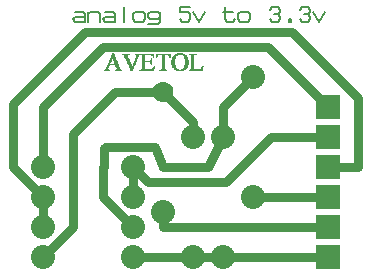
<source format=gbr>
G04 PROTEUS RS274X GERBER FILE*
%FSLAX45Y45*%
%MOMM*%
G01*
%ADD10C,0.762000*%
%ADD11C,0.254000*%
%ADD12R,2.032000X2.032000*%
%ADD13C,2.032000*%
%ADD14C,1.778000*%
%ADD15C,0.203200*%
%ADD16C,0.063500*%
D10*
X-2159000Y+1143000D02*
X-2159000Y+889000D01*
D11*
X-2921000Y+889001D02*
X-2921000Y+889000D01*
D10*
X-2921000Y+635000D01*
D11*
X-2921000Y+635001D01*
D10*
X-1397000Y+381000D02*
X-508000Y+381000D01*
X-1651000Y+381000D02*
X-2159000Y+381000D01*
X-1397000Y+381000D02*
X-1651000Y+381000D01*
X-1905000Y+1778000D02*
X-1651000Y+1524000D01*
X-1651000Y+1397000D01*
X-1905000Y+762000D02*
X-1905000Y+635000D01*
X-508000Y+635000D01*
X-1397000Y+1397000D02*
X-1397000Y+1651000D01*
X-1143000Y+1905000D01*
X-1143000Y+889000D02*
X-508000Y+889000D01*
X-2921000Y+1143000D02*
X-2921000Y+1651000D01*
X-2413000Y+2159000D01*
X-1016000Y+2159000D01*
X-508000Y+1651000D01*
X-2921000Y+889000D02*
X-3175000Y+1143002D01*
X-3175000Y+1676400D01*
X-2565400Y+2286000D01*
X-812800Y+2286000D01*
X-254000Y+1727200D01*
X-254000Y+1143000D01*
X-508000Y+1143000D01*
X-2159000Y+1143000D02*
X-2032000Y+1016000D01*
X-1371600Y+1016000D01*
X-990600Y+1397000D01*
X-508000Y+1397000D01*
X-1905000Y+1778000D02*
X-2311400Y+1778000D01*
X-2667000Y+1422400D01*
X-2667000Y+635000D01*
X-2921000Y+381000D01*
X-1397000Y+1397000D02*
X-1524000Y+1143000D01*
X-1905000Y+1143000D01*
X-1977826Y+1314300D01*
X-2394759Y+1314300D01*
X-2405731Y+1303328D01*
X-2405731Y+1150269D01*
X-2413000Y+1143000D01*
X-2413000Y+889000D01*
X-2159000Y+635000D01*
D12*
X-508000Y+1651000D03*
X-508000Y+1397000D03*
X-508000Y+1143000D03*
X-508000Y+889000D03*
X-508000Y+635000D03*
X-508000Y+381000D03*
D13*
X-1143000Y+889000D03*
X-1143000Y+1905000D03*
X-1397000Y+1397000D03*
X-1397000Y+381000D03*
X-1905000Y+762000D03*
D14*
X-1905000Y+1778000D03*
D13*
X-1651000Y+1397000D03*
X-1651000Y+381000D03*
X-2159000Y+1143000D03*
X-2159000Y+889000D03*
X-2159000Y+635000D03*
X-2159000Y+381000D03*
X-2921000Y+381000D03*
X-2921000Y+635000D03*
X-2921000Y+889000D03*
X-2921000Y+1143000D03*
D15*
X-2651125Y+2458720D02*
X-2587625Y+2458720D01*
X-2571750Y+2438400D01*
X-2571750Y+2377440D01*
X-2651125Y+2377440D01*
X-2667000Y+2397760D01*
X-2651125Y+2418080D01*
X-2571750Y+2418080D01*
X-2540000Y+2377440D02*
X-2540000Y+2458720D01*
X-2540000Y+2438400D02*
X-2524125Y+2458720D01*
X-2460625Y+2458720D01*
X-2444750Y+2438400D01*
X-2444750Y+2377440D01*
X-2397125Y+2458720D02*
X-2333625Y+2458720D01*
X-2317750Y+2438400D01*
X-2317750Y+2377440D01*
X-2397125Y+2377440D01*
X-2413000Y+2397760D01*
X-2397125Y+2418080D01*
X-2317750Y+2418080D01*
X-2238375Y+2499360D02*
X-2238375Y+2377440D01*
X-2159000Y+2438400D02*
X-2143125Y+2458720D01*
X-2079625Y+2458720D01*
X-2063750Y+2438400D01*
X-2063750Y+2397760D01*
X-2079625Y+2377440D01*
X-2143125Y+2377440D01*
X-2159000Y+2397760D01*
X-2159000Y+2438400D01*
X-1936750Y+2438400D02*
X-1952625Y+2458720D01*
X-2016125Y+2458720D01*
X-2032000Y+2438400D01*
X-2032000Y+2418080D01*
X-2016125Y+2397760D01*
X-1952625Y+2397760D01*
X-1936750Y+2418080D01*
X-1936750Y+2458720D02*
X-1936750Y+2377440D01*
X-1952625Y+2357120D01*
X-2032000Y+2357120D01*
X-1682750Y+2499360D02*
X-1762125Y+2499360D01*
X-1762125Y+2458720D01*
X-1698625Y+2458720D01*
X-1682750Y+2438400D01*
X-1682750Y+2397760D01*
X-1698625Y+2377440D01*
X-1746250Y+2377440D01*
X-1762125Y+2397760D01*
X-1651000Y+2458720D02*
X-1603375Y+2377440D01*
X-1555750Y+2458720D01*
X-1381125Y+2499360D02*
X-1381125Y+2397760D01*
X-1365250Y+2377440D01*
X-1317625Y+2377440D01*
X-1301750Y+2397760D01*
X-1397000Y+2458720D02*
X-1317625Y+2458720D01*
X-1270000Y+2438400D02*
X-1254125Y+2458720D01*
X-1190625Y+2458720D01*
X-1174750Y+2438400D01*
X-1174750Y+2397760D01*
X-1190625Y+2377440D01*
X-1254125Y+2377440D01*
X-1270000Y+2397760D01*
X-1270000Y+2438400D01*
X-1000125Y+2479040D02*
X-984250Y+2499360D01*
X-936625Y+2499360D01*
X-920750Y+2479040D01*
X-920750Y+2458720D01*
X-936625Y+2438400D01*
X-920750Y+2418080D01*
X-920750Y+2397760D01*
X-936625Y+2377440D01*
X-984250Y+2377440D01*
X-1000125Y+2397760D01*
X-968375Y+2438400D02*
X-936625Y+2438400D01*
X-841375Y+2397760D02*
X-825500Y+2397760D01*
X-825500Y+2377440D01*
X-841375Y+2377440D01*
X-841375Y+2397760D01*
X-746125Y+2479040D02*
X-730250Y+2499360D01*
X-682625Y+2499360D01*
X-666750Y+2479040D01*
X-666750Y+2458720D01*
X-682625Y+2438400D01*
X-666750Y+2418080D01*
X-666750Y+2397760D01*
X-682625Y+2377440D01*
X-730250Y+2377440D01*
X-746125Y+2397760D01*
X-714375Y+2438400D02*
X-682625Y+2438400D01*
X-635000Y+2458720D02*
X-587375Y+2377440D01*
X-539750Y+2458720D01*
D16*
X-2179320Y+1964690D02*
X-2174240Y+1964690D01*
X-1788160Y+1964690D02*
X-1747520Y+1964690D01*
X-2407920Y+1969770D02*
X-2362200Y+1969770D01*
X-2316480Y+1969770D02*
X-2260600Y+1969770D01*
X-2184400Y+1969770D02*
X-2169160Y+1969770D01*
X-2108200Y+1969770D02*
X-1991360Y+1969770D01*
X-1940560Y+1969770D02*
X-1879600Y+1969770D01*
X-1798320Y+1969770D02*
X-1737360Y+1969770D01*
X-1691640Y+1969770D02*
X-1579880Y+1969770D01*
X-2397760Y+1974850D02*
X-2377440Y+1974850D01*
X-2306320Y+1974850D02*
X-2270760Y+1974850D01*
X-2184400Y+1974850D02*
X-2169160Y+1974850D01*
X-2092960Y+1974850D02*
X-1991360Y+1974850D01*
X-1925320Y+1974850D02*
X-1894840Y+1974850D01*
X-1808480Y+1974850D02*
X-1783080Y+1974850D01*
X-1752600Y+1974850D02*
X-1727200Y+1974850D01*
X-1676400Y+1974850D02*
X-1579880Y+1974850D01*
X-2392680Y+1979930D02*
X-2382520Y+1979930D01*
X-2301240Y+1979930D02*
X-2275840Y+1979930D01*
X-2189480Y+1979930D02*
X-2169160Y+1979930D01*
X-2087880Y+1979930D02*
X-2067560Y+1979930D01*
X-2006600Y+1979930D02*
X-1991360Y+1979930D01*
X-1920240Y+1979930D02*
X-1899920Y+1979930D01*
X-1813560Y+1979930D02*
X-1793240Y+1979930D01*
X-1742440Y+1979930D02*
X-1722120Y+1979930D01*
X-1671320Y+1979930D02*
X-1645920Y+1979930D01*
X-1595120Y+1979930D02*
X-1574800Y+1979930D01*
X-2392680Y+1985010D02*
X-2382520Y+1985010D01*
X-2301240Y+1985010D02*
X-2280920Y+1985010D01*
X-2189480Y+1985010D02*
X-2164080Y+1985010D01*
X-2087880Y+1985010D02*
X-2067560Y+1985010D01*
X-2001520Y+1985010D02*
X-1986280Y+1985010D01*
X-1920240Y+1985010D02*
X-1899920Y+1985010D01*
X-1818640Y+1985010D02*
X-1798320Y+1985010D01*
X-1737360Y+1985010D02*
X-1717040Y+1985010D01*
X-1671320Y+1985010D02*
X-1651000Y+1985010D01*
X-1590040Y+1985010D02*
X-1574800Y+1985010D01*
X-2387600Y+1990090D02*
X-2377440Y+1990090D01*
X-2301240Y+1990090D02*
X-2280920Y+1990090D01*
X-2189480Y+1990090D02*
X-2164080Y+1990090D01*
X-2087880Y+1990090D02*
X-2067560Y+1990090D01*
X-1996440Y+1990090D02*
X-1986280Y+1990090D01*
X-1920240Y+1990090D02*
X-1899920Y+1990090D01*
X-1823720Y+1990090D02*
X-1803400Y+1990090D01*
X-1732280Y+1990090D02*
X-1711960Y+1990090D01*
X-1671320Y+1990090D02*
X-1651000Y+1990090D01*
X-1584960Y+1990090D02*
X-1574800Y+1990090D01*
X-2387600Y+1995170D02*
X-2377440Y+1995170D01*
X-2306320Y+1995170D02*
X-2286000Y+1995170D01*
X-2194560Y+1995170D02*
X-2174240Y+1995170D01*
X-2169160Y+1995170D02*
X-2159000Y+1995170D01*
X-2087880Y+1995170D02*
X-2067560Y+1995170D01*
X-1991360Y+1995170D02*
X-1986280Y+1995170D01*
X-1920240Y+1995170D02*
X-1899920Y+1995170D01*
X-1828800Y+1995170D02*
X-1803400Y+1995170D01*
X-1732280Y+1995170D02*
X-1706880Y+1995170D01*
X-1671320Y+1995170D02*
X-1651000Y+1995170D01*
X-1579880Y+1995170D02*
X-1574800Y+1995170D01*
X-2382520Y+2000250D02*
X-2372360Y+2000250D01*
X-2306320Y+2000250D02*
X-2286000Y+2000250D01*
X-2194560Y+2000250D02*
X-2174240Y+2000250D01*
X-2169160Y+2000250D02*
X-2159000Y+2000250D01*
X-2087880Y+2000250D02*
X-2067560Y+2000250D01*
X-1986280Y+2000250D02*
X-1981200Y+2000250D01*
X-1920240Y+2000250D02*
X-1899920Y+2000250D01*
X-1828800Y+2000250D02*
X-1808480Y+2000250D01*
X-1727200Y+2000250D02*
X-1706880Y+2000250D01*
X-1671320Y+2000250D02*
X-1651000Y+2000250D01*
X-1579880Y+2000250D02*
X-1569720Y+2000250D01*
X-2382520Y+2005330D02*
X-2372360Y+2005330D01*
X-2311400Y+2005330D02*
X-2291080Y+2005330D01*
X-2199640Y+2005330D02*
X-2179320Y+2005330D01*
X-2169160Y+2005330D02*
X-2159000Y+2005330D01*
X-2087880Y+2005330D02*
X-2067560Y+2005330D01*
X-1920240Y+2005330D02*
X-1899920Y+2005330D01*
X-1833880Y+2005330D02*
X-1808480Y+2005330D01*
X-1727200Y+2005330D02*
X-1701800Y+2005330D01*
X-1671320Y+2005330D02*
X-1651000Y+2005330D01*
X-1574800Y+2005330D02*
X-1569720Y+2005330D01*
X-2382520Y+2010410D02*
X-2367280Y+2010410D01*
X-2311400Y+2010410D02*
X-2291080Y+2010410D01*
X-2199640Y+2010410D02*
X-2179320Y+2010410D01*
X-2164080Y+2010410D02*
X-2153920Y+2010410D01*
X-2087880Y+2010410D02*
X-2067560Y+2010410D01*
X-1920240Y+2010410D02*
X-1899920Y+2010410D01*
X-1833880Y+2010410D02*
X-1808480Y+2010410D01*
X-1727200Y+2010410D02*
X-1701800Y+2010410D01*
X-1671320Y+2010410D02*
X-1651000Y+2010410D01*
X-2377440Y+2015490D02*
X-2291080Y+2015490D01*
X-2204720Y+2015490D02*
X-2179320Y+2015490D01*
X-2164080Y+2015490D02*
X-2153920Y+2015490D01*
X-2087880Y+2015490D02*
X-2067560Y+2015490D01*
X-1920240Y+2015490D02*
X-1899920Y+2015490D01*
X-1833880Y+2015490D02*
X-1813560Y+2015490D01*
X-1722120Y+2015490D02*
X-1701800Y+2015490D01*
X-1671320Y+2015490D02*
X-1651000Y+2015490D01*
X-2377440Y+2020570D02*
X-2296160Y+2020570D01*
X-2204720Y+2020570D02*
X-2184400Y+2020570D01*
X-2159000Y+2020570D02*
X-2148840Y+2020570D01*
X-2087880Y+2020570D02*
X-2067560Y+2020570D01*
X-2011680Y+2020570D02*
X-2006600Y+2020570D01*
X-1920240Y+2020570D02*
X-1899920Y+2020570D01*
X-1838960Y+2020570D02*
X-1813560Y+2020570D01*
X-1722120Y+2020570D02*
X-1696720Y+2020570D01*
X-1671320Y+2020570D02*
X-1651000Y+2020570D01*
X-2372360Y+2025650D02*
X-2362200Y+2025650D01*
X-2316480Y+2025650D02*
X-2296160Y+2025650D01*
X-2209800Y+2025650D02*
X-2184400Y+2025650D01*
X-2159000Y+2025650D02*
X-2148840Y+2025650D01*
X-2087880Y+2025650D02*
X-2067560Y+2025650D01*
X-2011680Y+2025650D02*
X-2006600Y+2025650D01*
X-1920240Y+2025650D02*
X-1899920Y+2025650D01*
X-1838960Y+2025650D02*
X-1813560Y+2025650D01*
X-1722120Y+2025650D02*
X-1696720Y+2025650D01*
X-1671320Y+2025650D02*
X-1651000Y+2025650D01*
X-2372360Y+2030730D02*
X-2362200Y+2030730D01*
X-2321560Y+2030730D02*
X-2301240Y+2030730D01*
X-2209800Y+2030730D02*
X-2189480Y+2030730D01*
X-2159000Y+2030730D02*
X-2148840Y+2030730D01*
X-2087880Y+2030730D02*
X-2067560Y+2030730D01*
X-2016760Y+2030730D02*
X-2006600Y+2030730D01*
X-1920240Y+2030730D02*
X-1899920Y+2030730D01*
X-1838960Y+2030730D02*
X-1813560Y+2030730D01*
X-1722120Y+2030730D02*
X-1696720Y+2030730D01*
X-1671320Y+2030730D02*
X-1651000Y+2030730D01*
X-2367280Y+2035810D02*
X-2357120Y+2035810D01*
X-2321560Y+2035810D02*
X-2301240Y+2035810D01*
X-2209800Y+2035810D02*
X-2189480Y+2035810D01*
X-2153920Y+2035810D02*
X-2143760Y+2035810D01*
X-2087880Y+2035810D02*
X-2067560Y+2035810D01*
X-2016760Y+2035810D02*
X-2006600Y+2035810D01*
X-1920240Y+2035810D02*
X-1899920Y+2035810D01*
X-1838960Y+2035810D02*
X-1813560Y+2035810D01*
X-1722120Y+2035810D02*
X-1696720Y+2035810D01*
X-1671320Y+2035810D02*
X-1651000Y+2035810D01*
X-2367280Y+2040890D02*
X-2357120Y+2040890D01*
X-2326640Y+2040890D02*
X-2301240Y+2040890D01*
X-2214880Y+2040890D02*
X-2194560Y+2040890D01*
X-2153920Y+2040890D02*
X-2143760Y+2040890D01*
X-2087880Y+2040890D02*
X-2006600Y+2040890D01*
X-1920240Y+2040890D02*
X-1899920Y+2040890D01*
X-1838960Y+2040890D02*
X-1813560Y+2040890D01*
X-1722120Y+2040890D02*
X-1696720Y+2040890D01*
X-1671320Y+2040890D02*
X-1651000Y+2040890D01*
X-2367280Y+2045970D02*
X-2352040Y+2045970D01*
X-2326640Y+2045970D02*
X-2306320Y+2045970D01*
X-2214880Y+2045970D02*
X-2194560Y+2045970D01*
X-2148840Y+2045970D02*
X-2138680Y+2045970D01*
X-2087880Y+2045970D02*
X-2006600Y+2045970D01*
X-1920240Y+2045970D02*
X-1899920Y+2045970D01*
X-1838960Y+2045970D02*
X-1813560Y+2045970D01*
X-1722120Y+2045970D02*
X-1696720Y+2045970D01*
X-1671320Y+2045970D02*
X-1651000Y+2045970D01*
X-2362200Y+2051050D02*
X-2352040Y+2051050D01*
X-2326640Y+2051050D02*
X-2306320Y+2051050D01*
X-2219960Y+2051050D02*
X-2199640Y+2051050D01*
X-2148840Y+2051050D02*
X-2138680Y+2051050D01*
X-2087880Y+2051050D02*
X-2067560Y+2051050D01*
X-2016760Y+2051050D02*
X-2006600Y+2051050D01*
X-1920240Y+2051050D02*
X-1899920Y+2051050D01*
X-1838960Y+2051050D02*
X-1813560Y+2051050D01*
X-1722120Y+2051050D02*
X-1696720Y+2051050D01*
X-1671320Y+2051050D02*
X-1651000Y+2051050D01*
X-2362200Y+2056130D02*
X-2352040Y+2056130D01*
X-2331720Y+2056130D02*
X-2311400Y+2056130D01*
X-2219960Y+2056130D02*
X-2199640Y+2056130D01*
X-2148840Y+2056130D02*
X-2138680Y+2056130D01*
X-2087880Y+2056130D02*
X-2067560Y+2056130D01*
X-2016760Y+2056130D02*
X-2006600Y+2056130D01*
X-1920240Y+2056130D02*
X-1899920Y+2056130D01*
X-1838960Y+2056130D02*
X-1813560Y+2056130D01*
X-1722120Y+2056130D02*
X-1696720Y+2056130D01*
X-1671320Y+2056130D02*
X-1651000Y+2056130D01*
X-2357120Y+2061210D02*
X-2346960Y+2061210D01*
X-2331720Y+2061210D02*
X-2311400Y+2061210D01*
X-2225040Y+2061210D02*
X-2199640Y+2061210D01*
X-2143760Y+2061210D02*
X-2133600Y+2061210D01*
X-2087880Y+2061210D02*
X-2067560Y+2061210D01*
X-2011680Y+2061210D02*
X-2006600Y+2061210D01*
X-1920240Y+2061210D02*
X-1899920Y+2061210D01*
X-1833880Y+2061210D02*
X-1813560Y+2061210D01*
X-1722120Y+2061210D02*
X-1701800Y+2061210D01*
X-1671320Y+2061210D02*
X-1651000Y+2061210D01*
X-2357120Y+2066290D02*
X-2346960Y+2066290D01*
X-2331720Y+2066290D02*
X-2311400Y+2066290D01*
X-2225040Y+2066290D02*
X-2204720Y+2066290D01*
X-2143760Y+2066290D02*
X-2133600Y+2066290D01*
X-2087880Y+2066290D02*
X-2067560Y+2066290D01*
X-2011680Y+2066290D02*
X-2006600Y+2066290D01*
X-1920240Y+2066290D02*
X-1899920Y+2066290D01*
X-1833880Y+2066290D02*
X-1808480Y+2066290D01*
X-1727200Y+2066290D02*
X-1701800Y+2066290D01*
X-1671320Y+2066290D02*
X-1651000Y+2066290D01*
X-2357120Y+2071370D02*
X-2341880Y+2071370D01*
X-2336800Y+2071370D02*
X-2316480Y+2071370D01*
X-2230120Y+2071370D02*
X-2204720Y+2071370D01*
X-2138680Y+2071370D02*
X-2128520Y+2071370D01*
X-2087880Y+2071370D02*
X-2067560Y+2071370D01*
X-1920240Y+2071370D02*
X-1899920Y+2071370D01*
X-1833880Y+2071370D02*
X-1808480Y+2071370D01*
X-1727200Y+2071370D02*
X-1701800Y+2071370D01*
X-1671320Y+2071370D02*
X-1651000Y+2071370D01*
X-2352040Y+2076450D02*
X-2341880Y+2076450D01*
X-2336800Y+2076450D02*
X-2316480Y+2076450D01*
X-2230120Y+2076450D02*
X-2209800Y+2076450D01*
X-2138680Y+2076450D02*
X-2128520Y+2076450D01*
X-2087880Y+2076450D02*
X-2067560Y+2076450D01*
X-1971040Y+2076450D02*
X-1965960Y+2076450D01*
X-1920240Y+2076450D02*
X-1899920Y+2076450D01*
X-1854200Y+2076450D02*
X-1849120Y+2076450D01*
X-1828800Y+2076450D02*
X-1808480Y+2076450D01*
X-1727200Y+2076450D02*
X-1706880Y+2076450D01*
X-1671320Y+2076450D02*
X-1651000Y+2076450D01*
X-2352040Y+2081530D02*
X-2321560Y+2081530D01*
X-2235200Y+2081530D02*
X-2209800Y+2081530D01*
X-2138680Y+2081530D02*
X-2128520Y+2081530D01*
X-2087880Y+2081530D02*
X-2067560Y+2081530D01*
X-1996440Y+2081530D02*
X-1991360Y+2081530D01*
X-1971040Y+2081530D02*
X-1965960Y+2081530D01*
X-1920240Y+2081530D02*
X-1899920Y+2081530D01*
X-1854200Y+2081530D02*
X-1849120Y+2081530D01*
X-1828800Y+2081530D02*
X-1803400Y+2081530D01*
X-1732280Y+2081530D02*
X-1706880Y+2081530D01*
X-1671320Y+2081530D02*
X-1651000Y+2081530D01*
X-2346960Y+2086610D02*
X-2321560Y+2086610D01*
X-2235200Y+2086610D02*
X-2214880Y+2086610D01*
X-2133600Y+2086610D02*
X-2123440Y+2086610D01*
X-2087880Y+2086610D02*
X-2067560Y+2086610D01*
X-1996440Y+2086610D02*
X-1991360Y+2086610D01*
X-1971040Y+2086610D02*
X-1960880Y+2086610D01*
X-1920240Y+2086610D02*
X-1899920Y+2086610D01*
X-1859280Y+2086610D02*
X-1849120Y+2086610D01*
X-1823720Y+2086610D02*
X-1803400Y+2086610D01*
X-1732280Y+2086610D02*
X-1711960Y+2086610D01*
X-1671320Y+2086610D02*
X-1651000Y+2086610D01*
X-2346960Y+2091690D02*
X-2321560Y+2091690D01*
X-2235200Y+2091690D02*
X-2214880Y+2091690D01*
X-2133600Y+2091690D02*
X-2123440Y+2091690D01*
X-2087880Y+2091690D02*
X-2067560Y+2091690D01*
X-2001520Y+2091690D02*
X-1991360Y+2091690D01*
X-1971040Y+2091690D02*
X-1960880Y+2091690D01*
X-1920240Y+2091690D02*
X-1899920Y+2091690D01*
X-1859280Y+2091690D02*
X-1849120Y+2091690D01*
X-1818640Y+2091690D02*
X-1798320Y+2091690D01*
X-1737360Y+2091690D02*
X-1717040Y+2091690D01*
X-1671320Y+2091690D02*
X-1651000Y+2091690D01*
X-2346960Y+2096770D02*
X-2326640Y+2096770D01*
X-2240280Y+2096770D02*
X-2214880Y+2096770D01*
X-2133600Y+2096770D02*
X-2118360Y+2096770D01*
X-2087880Y+2096770D02*
X-2067560Y+2096770D01*
X-2006600Y+2096770D02*
X-1991360Y+2096770D01*
X-1971040Y+2096770D02*
X-1955800Y+2096770D01*
X-1920240Y+2096770D02*
X-1899920Y+2096770D01*
X-1864360Y+2096770D02*
X-1849120Y+2096770D01*
X-1813560Y+2096770D02*
X-1793240Y+2096770D01*
X-1742440Y+2096770D02*
X-1722120Y+2096770D01*
X-1671320Y+2096770D02*
X-1651000Y+2096770D01*
X-2341880Y+2101850D02*
X-2326640Y+2101850D01*
X-2245360Y+2101850D02*
X-2209800Y+2101850D01*
X-2138680Y+2101850D02*
X-2113280Y+2101850D01*
X-2092960Y+2101850D02*
X-1991360Y+2101850D01*
X-1971040Y+2101850D02*
X-1849120Y+2101850D01*
X-1808480Y+2101850D02*
X-1783080Y+2101850D01*
X-1752600Y+2101850D02*
X-1727200Y+2101850D01*
X-1676400Y+2101850D02*
X-1645920Y+2101850D01*
X-2341880Y+2106930D02*
X-2331720Y+2106930D01*
X-2255520Y+2106930D02*
X-2199640Y+2106930D01*
X-2148840Y+2106930D02*
X-1991360Y+2106930D01*
X-1971040Y+2106930D02*
X-1849120Y+2106930D01*
X-1798320Y+2106930D02*
X-1737360Y+2106930D01*
X-1691640Y+2106930D02*
X-1630680Y+2106930D01*
X-2336800Y+2112010D02*
X-2331720Y+2112010D01*
X-1788160Y+2112010D02*
X-1747520Y+2112010D01*
M02*

</source>
